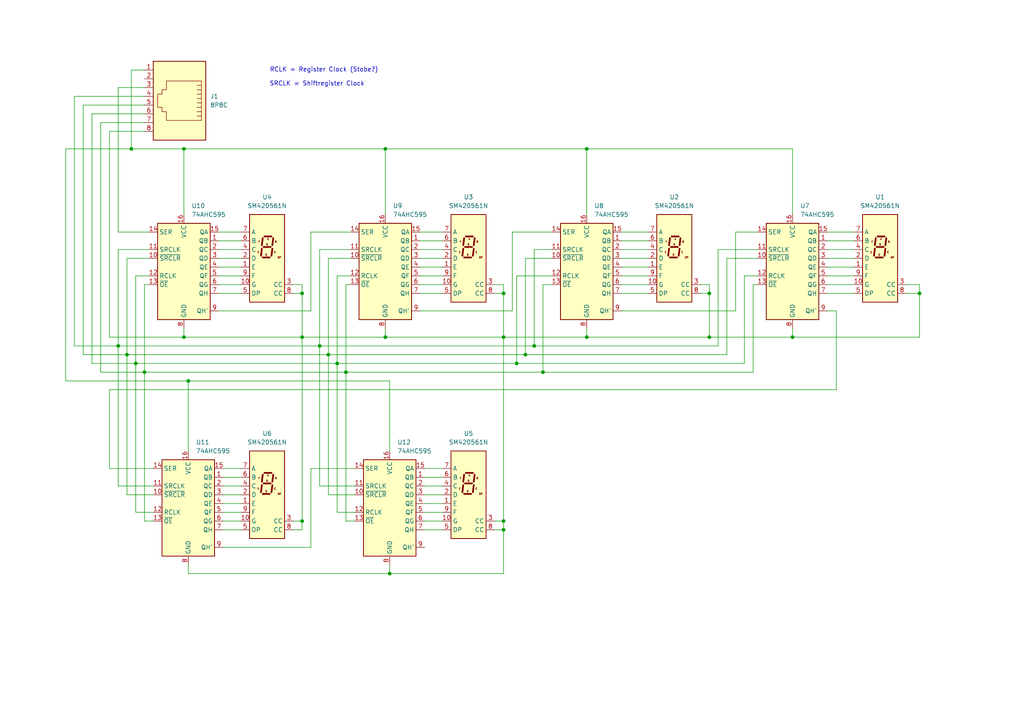
<source format=kicad_sch>
(kicad_sch (version 20231120) (generator "eeschema") (generator_version "8.0")
  (paper "A4")
  (lib_symbols
    (symbol "74xx:74AHC595"
      (property "Reference" "U" (at -7.62 13.97 0))
      (property "Value" "74AHC595" (at -7.62 -16.51 0))
      (symbol "74AHC595_1_0"
        (pin tri_state line (at 10.16 7.62 180) (length 2.54) (name "QB") (number "1"))
        (pin input line (at -10.16 2.54 0) (length 2.54) (name "~{SRCLR}") (number "10"))
        (pin input line (at -10.16 5.08 0) (length 2.54) (name "SRCLK") (number "11"))
        (pin input line (at -10.16 -2.54 0) (length 2.54) (name "RCLK") (number "12"))
        (pin input line (at -10.16 -5.08 0) (length 2.54) (name "~{OE}") (number "13"))
        (pin input line (at -10.16 10.16 0) (length 2.54) (name "SER") (number "14"))
        (pin tri_state line (at 10.16 10.16 180) (length 2.54) (name "QA") (number "15"))
        (pin power_in line (at 0 15.24 270) (length 2.54) (name "VCC") (number "16"))
        (pin tri_state line (at 10.16 5.08 180) (length 2.54) (name "QC") (number "2"))
        (pin tri_state line (at 10.16 2.54 180) (length 2.54) (name "QD") (number "3"))
        (pin tri_state line (at 10.16 0 180) (length 2.54) (name "QE") (number "4"))
        (pin tri_state line (at 10.16 -2.54 180) (length 2.54) (name "QF") (number "5"))
        (pin tri_state line (at 10.16 -5.08 180) (length 2.54) (name "QG") (number "6"))
        (pin tri_state line (at 10.16 -7.62 180) (length 2.54) (name "QH") (number "7"))
        (pin power_in line (at 0 -17.78 90) (length 2.54) (name "GND") (number "8"))
        (pin output line (at 10.16 -12.7 180) (length 2.54) (name "QH'") (number "9"))
      )
      (symbol "74AHC595_1_1"
        (rectangle (start -7.62 12.7) (end 7.62 -15.24) (stroke (width 0.254)) (fill (type background)))
      )
    )
    (symbol "Connector:8P8C" (pin_names (offset 1.016))
      (property "Reference" "J" (at -5.08 13.97 0))
      (property "Value" "8P8C" (at 2.54 13.97 0))
      (symbol "8P8C_0_1"
        (polyline (pts (xy -5.08 4.445) (xy -6.35 4.445)))
        (polyline (pts (xy -5.08 5.715) (xy -6.35 5.715)))
        (polyline (pts (xy -6.35 -3.175) (xy -5.08 -3.175) (xy -5.08 -3.175)))
        (polyline (pts (xy -6.35 -1.905) (xy -5.08 -1.905) (xy -5.08 -1.905)))
        (polyline (pts (xy -6.35 -0.635) (xy -5.08 -0.635) (xy -5.08 -0.635)))
        (polyline (pts (xy -6.35 0.635) (xy -5.08 0.635) (xy -5.08 0.635)))
        (polyline (pts (xy -6.35 1.905) (xy -5.08 1.905) (xy -5.08 1.905)))
        (polyline (pts (xy -5.08 3.175) (xy -6.35 3.175) (xy -6.35 3.175)))
        (polyline (pts (xy -6.35 -4.445) (xy -6.35 6.985) (xy 3.81 6.985) (xy 3.81 4.445) (xy 5.08 4.445) (xy 5.08 3.175) (xy 6.35 3.175) (xy 6.35 -0.635) (xy 5.08 -0.635) (xy 5.08 -1.905) (xy 3.81 -1.905) (xy 3.81 -4.445) (xy -6.35 -4.445) (xy -6.35 -4.445)))
        (rectangle (start 7.62 12.7) (end -7.62 -10.16) (stroke (width 0.254)) (fill (type background)))
      )
      (symbol "8P8C_1_1"
        (pin passive line (at 10.16 -7.62 180) (length 2.54) (name "~") (number "1"))
        (pin passive line (at 10.16 -5.08 180) (length 2.54) (name "~") (number "2"))
        (pin passive line (at 10.16 -2.54 180) (length 2.54) (name "~") (number "3"))
        (pin passive line (at 10.16 0 180) (length 2.54) (name "~") (number "4"))
        (pin passive line (at 10.16 2.54 180) (length 2.54) (name "~") (number "5"))
        (pin passive line (at 10.16 5.08 180) (length 2.54) (name "~") (number "6"))
        (pin passive line (at 10.16 7.62 180) (length 2.54) (name "~") (number "7"))
        (pin passive line (at 10.16 10.16 180) (length 2.54) (name "~") (number "8"))
      )
    )
    (symbol "Display_Character:SM420561N"
      (property "Reference" "U" (at -2.54 13.97 0))
      (property "Value" "SM420561N" (at 1.27 13.97 0))
      (symbol "SM420561N_0_0"
        (text "A" (at 0.254 5.588 0) (effects (font (size 0.508 0.508))))
        (text "B" (at 2.54 4.826 0) (effects (font (size 0.508 0.508))))
        (text "C" (at 2.286 1.778 0) (effects (font (size 0.508 0.508))))
        (text "D" (at -0.254 1.016 0) (effects (font (size 0.508 0.508))))
        (text "DP" (at 3.556 0.254 0) (effects (font (size 0.508 0.508))))
        (text "E" (at -2.54 1.778 0) (effects (font (size 0.508 0.508))))
        (text "F" (at -2.286 4.826 0) (effects (font (size 0.508 0.508))))
        (text "G" (at 0 4.064 0) (effects (font (size 0.508 0.508))))
      )
      (symbol "SM420561N_0_1"
        (rectangle (start -5.08 12.7) (end 5.08 -12.7) (stroke (width 0.254)) (fill (type background)))
        (polyline (pts (xy -1.524 2.794) (xy -1.778 0.762)) (stroke (width 0.508)))
        (polyline (pts (xy -1.27 0.254) (xy 0.762 0.254)) (stroke (width 0.508)))
        (polyline (pts (xy -1.27 5.842) (xy -1.524 3.81)) (stroke (width 0.508)))
        (polyline (pts (xy -1.016 3.302) (xy 1.016 3.302)) (stroke (width 0.508)))
        (polyline (pts (xy -0.762 6.35) (xy 1.27 6.35)) (stroke (width 0.508)))
        (polyline (pts (xy 1.524 2.794) (xy 1.27 0.762)) (stroke (width 0.508)))
        (polyline (pts (xy 1.778 5.842) (xy 1.524 3.81)) (stroke (width 0.508)))
        (polyline (pts (xy 2.54 0.254) (xy 2.54 0.254)) (stroke (width 0.508)))
      )
      (symbol "SM420561N_1_1"
        (pin input line (at -7.62 -2.54 0) (length 2.54) (name "E") (number "1"))
        (pin input line (at -7.62 -7.62 0) (length 2.54) (name "G") (number "10"))
        (pin input line (at -7.62 0 0) (length 2.54) (name "D") (number "2"))
        (pin input line (at 7.62 -7.62 180) (length 2.54) (name "CC") (number "3"))
        (pin input line (at -7.62 2.54 0) (length 2.54) (name "C") (number "4"))
        (pin input line (at -7.62 -10.16 0) (length 2.54) (name "DP") (number "5"))
        (pin input line (at -7.62 5.08 0) (length 2.54) (name "B") (number "6"))
        (pin input line (at -7.62 7.62 0) (length 2.54) (name "A") (number "7"))
        (pin input line (at 7.62 -10.16 180) (length 2.54) (name "CC") (number "8"))
        (pin input line (at -7.62 -5.08 0) (length 2.54) (name "F") (number "9"))
      )
    )
  )
  (junction (at 266.7 85.09))
  (junction (at 149.86 105.41))
  (junction (at 53.34 43.18))
  (junction (at 92.71 100.33))
  (junction (at 113.03 166.37))
  (junction (at 170.18 97.79))
  (junction (at 111.76 97.79))
  (junction (at 39.37 105.41))
  (junction (at 157.48 107.95))
  (junction (at 41.91 107.95))
  (junction (at 53.34 97.79))
  (junction (at 229.87 97.79))
  (junction (at 100.33 107.95))
  (junction (at 146.05 153.67))
  (junction (at 111.76 43.18))
  (junction (at 205.74 85.09))
  (junction (at 97.79 105.41))
  (junction (at 87.63 151.13))
  (junction (at 87.63 85.09))
  (junction (at 146.05 151.13))
  (junction (at 34.29 100.33))
  (junction (at 146.05 85.09))
  (junction (at 154.94 100.33))
  (junction (at 36.83 102.87))
  (junction (at 38.1 43.18))
  (junction (at 205.74 97.79))
  (junction (at 146.05 97.79))
  (junction (at 170.18 43.18))
  (junction (at 87.63 97.79))
  (junction (at 152.4 102.87))
  (junction (at 95.25 102.87))
  (junction (at 54.61 110.49))
  (wire (pts (xy 63.5 77.47) (xy 69.85 77.47)))
  (wire (pts (xy 64.77 135.89) (xy 69.85 135.89)))
  (wire (pts (xy 146.05 151.13) (xy 146.05 153.67)))
  (wire (pts (xy 63.5 85.09) (xy 69.85 85.09)))
  (wire (pts (xy 111.76 97.79) (xy 146.05 97.79)))
  (wire (pts (xy 170.18 95.25) (xy 170.18 97.79)))
  (wire (pts (xy 205.74 82.55) (xy 205.74 85.09)))
  (wire (pts (xy 157.48 107.95) (xy 157.48 82.55)))
  (wire (pts (xy 100.33 107.95) (xy 100.33 151.13)))
  (wire (pts (xy 34.29 100.33) (xy 92.71 100.33)))
  (wire (pts (xy 36.83 102.87) (xy 95.25 102.87)))
  (wire (pts (xy 218.44 82.55) (xy 218.44 107.95)))
  (wire (pts (xy 205.74 97.79) (xy 229.87 97.79)))
  (wire (pts (xy 44.45 151.13) (xy 41.91 151.13)))
  (wire (pts (xy 90.17 158.75) (xy 90.17 135.89)))
  (wire (pts (xy 152.4 102.87) (xy 152.4 74.93)))
  (wire (pts (xy 64.77 158.75) (xy 90.17 158.75)))
  (wire (pts (xy 229.87 43.18) (xy 170.18 43.18)))
  (wire (pts (xy 31.75 38.1) (xy 31.75 97.79)))
  (wire (pts (xy 242.57 113.03) (xy 31.75 113.03)))
  (wire (pts (xy 64.77 146.05) (xy 69.85 146.05)))
  (wire (pts (xy 34.29 140.97) (xy 34.29 100.33)))
  (wire (pts (xy 149.86 80.01) (xy 160.02 80.01)))
  (wire (pts (xy 157.48 82.55) (xy 160.02 82.55)))
  (wire (pts (xy 266.7 85.09) (xy 266.7 97.79)))
  (wire (pts (xy 148.59 67.31) (xy 160.02 67.31)))
  (wire (pts (xy 123.19 153.67) (xy 128.27 153.67)))
  (wire (pts (xy 87.63 153.67) (xy 87.63 151.13)))
  (wire (pts (xy 64.77 148.59) (xy 69.85 148.59)))
  (wire (pts (xy 39.37 80.01) (xy 39.37 105.41)))
  (wire (pts (xy 97.79 80.01) (xy 97.79 105.41)))
  (wire (pts (xy 101.6 72.39) (xy 92.71 72.39)))
  (wire (pts (xy 121.92 67.31) (xy 128.27 67.31)))
  (wire (pts (xy 210.82 74.93) (xy 210.82 102.87)))
  (wire (pts (xy 219.71 74.93) (xy 210.82 74.93)))
  (wire (pts (xy 63.5 74.93) (xy 69.85 74.93)))
  (wire (pts (xy 210.82 102.87) (xy 152.4 102.87)))
  (wire (pts (xy 102.87 143.51) (xy 95.25 143.51)))
  (wire (pts (xy 229.87 95.25) (xy 229.87 97.79)))
  (wire (pts (xy 63.5 72.39) (xy 69.85 72.39)))
  (wire (pts (xy 154.94 100.33) (xy 154.94 72.39)))
  (wire (pts (xy 123.19 138.43) (xy 128.27 138.43)))
  (wire (pts (xy 64.77 151.13) (xy 69.85 151.13)))
  (wire (pts (xy 41.91 35.56) (xy 29.21 35.56)))
  (wire (pts (xy 240.03 74.93) (xy 247.65 74.93)))
  (wire (pts (xy 44.45 148.59) (xy 39.37 148.59)))
  (wire (pts (xy 240.03 85.09) (xy 247.65 85.09)))
  (wire (pts (xy 85.09 82.55) (xy 87.63 82.55)))
  (wire (pts (xy 87.63 151.13) (xy 87.63 97.79)))
  (wire (pts (xy 180.34 80.01) (xy 187.96 80.01)))
  (wire (pts (xy 218.44 107.95) (xy 157.48 107.95)))
  (wire (pts (xy 215.9 105.41) (xy 149.86 105.41)))
  (wire (pts (xy 34.29 25.4) (xy 41.91 25.4)))
  (wire (pts (xy 242.57 90.17) (xy 242.57 113.03)))
  (wire (pts (xy 41.91 33.02) (xy 26.67 33.02)))
  (wire (pts (xy 180.34 90.17) (xy 213.36 90.17)))
  (wire (pts (xy 53.34 95.25) (xy 53.34 97.79)))
  (wire (pts (xy 63.5 82.55) (xy 69.85 82.55)))
  (wire (pts (xy 21.59 100.33) (xy 34.29 100.33)))
  (wire (pts (xy 101.6 74.93) (xy 95.25 74.93)))
  (wire (pts (xy 121.92 85.09) (xy 128.27 85.09)))
  (wire (pts (xy 123.19 143.51) (xy 128.27 143.51)))
  (wire (pts (xy 90.17 135.89) (xy 102.87 135.89)))
  (wire (pts (xy 111.76 95.25) (xy 111.76 97.79)))
  (wire (pts (xy 113.03 166.37) (xy 146.05 166.37)))
  (wire (pts (xy 100.33 82.55) (xy 100.33 107.95)))
  (wire (pts (xy 63.5 69.85) (xy 69.85 69.85)))
  (wire (pts (xy 121.92 77.47) (xy 128.27 77.47)))
  (wire (pts (xy 102.87 140.97) (xy 92.71 140.97)))
  (wire (pts (xy 19.05 110.49) (xy 19.05 43.18)))
  (wire (pts (xy 240.03 77.47) (xy 247.65 77.47)))
  (wire (pts (xy 121.92 72.39) (xy 128.27 72.39)))
  (wire (pts (xy 41.91 27.94) (xy 21.59 27.94)))
  (wire (pts (xy 43.18 74.93) (xy 36.83 74.93)))
  (wire (pts (xy 63.5 67.31) (xy 69.85 67.31)))
  (wire (pts (xy 85.09 153.67) (xy 87.63 153.67)))
  (wire (pts (xy 85.09 85.09) (xy 87.63 85.09)))
  (wire (pts (xy 149.86 105.41) (xy 149.86 80.01)))
  (wire (pts (xy 146.05 97.79) (xy 170.18 97.79)))
  (wire (pts (xy 143.51 82.55) (xy 146.05 82.55)))
  (wire (pts (xy 170.18 97.79) (xy 205.74 97.79)))
  (wire (pts (xy 38.1 20.32) (xy 38.1 43.18)))
  (wire (pts (xy 87.63 82.55) (xy 87.63 85.09)))
  (wire (pts (xy 203.2 85.09) (xy 205.74 85.09)))
  (wire (pts (xy 180.34 77.47) (xy 187.96 77.47)))
  (wire (pts (xy 205.74 85.09) (xy 205.74 97.79)))
  (wire (pts (xy 240.03 67.31) (xy 247.65 67.31)))
  (wire (pts (xy 64.77 138.43) (xy 69.85 138.43)))
  (wire (pts (xy 170.18 43.18) (xy 111.76 43.18)))
  (wire (pts (xy 123.19 151.13) (xy 128.27 151.13)))
  (wire (pts (xy 64.77 143.51) (xy 69.85 143.51)))
  (wire (pts (xy 101.6 82.55) (xy 100.33 82.55)))
  (wire (pts (xy 34.29 67.31) (xy 34.29 25.4)))
  (wire (pts (xy 143.51 153.67) (xy 146.05 153.67)))
  (wire (pts (xy 90.17 67.31) (xy 101.6 67.31)))
  (wire (pts (xy 266.7 97.79) (xy 229.87 97.79)))
  (wire (pts (xy 54.61 163.83) (xy 54.61 166.37)))
  (wire (pts (xy 31.75 135.89) (xy 44.45 135.89)))
  (wire (pts (xy 39.37 105.41) (xy 97.79 105.41)))
  (wire (pts (xy 97.79 105.41) (xy 149.86 105.41)))
  (wire (pts (xy 29.21 35.56) (xy 29.21 107.95)))
  (wire (pts (xy 240.03 72.39) (xy 247.65 72.39)))
  (wire (pts (xy 43.18 67.31) (xy 34.29 67.31)))
  (wire (pts (xy 240.03 82.55) (xy 247.65 82.55)))
  (wire (pts (xy 54.61 166.37) (xy 113.03 166.37)))
  (wire (pts (xy 95.25 102.87) (xy 152.4 102.87)))
  (wire (pts (xy 213.36 90.17) (xy 213.36 67.31)))
  (wire (pts (xy 180.34 85.09) (xy 187.96 85.09)))
  (wire (pts (xy 38.1 43.18) (xy 53.34 43.18)))
  (wire (pts (xy 152.4 74.93) (xy 160.02 74.93)))
  (wire (pts (xy 146.05 166.37) (xy 146.05 153.67)))
  (wire (pts (xy 95.25 74.93) (xy 95.25 102.87)))
  (wire (pts (xy 113.03 110.49) (xy 54.61 110.49)))
  (wire (pts (xy 262.89 82.55) (xy 266.7 82.55)))
  (wire (pts (xy 219.71 82.55) (xy 218.44 82.55)))
  (wire (pts (xy 87.63 85.09) (xy 87.63 97.79)))
  (wire (pts (xy 213.36 67.31) (xy 219.71 67.31)))
  (wire (pts (xy 97.79 148.59) (xy 97.79 105.41)))
  (wire (pts (xy 43.18 72.39) (xy 34.29 72.39)))
  (wire (pts (xy 180.34 69.85) (xy 187.96 69.85)))
  (wire (pts (xy 146.05 82.55) (xy 146.05 85.09)))
  (wire (pts (xy 63.5 90.17) (xy 90.17 90.17)))
  (wire (pts (xy 229.87 62.23) (xy 229.87 43.18)))
  (wire (pts (xy 180.34 67.31) (xy 187.96 67.31)))
  (wire (pts (xy 203.2 82.55) (xy 205.74 82.55)))
  (wire (pts (xy 92.71 72.39) (xy 92.71 100.33)))
  (wire (pts (xy 148.59 90.17) (xy 148.59 67.31)))
  (wire (pts (xy 154.94 72.39) (xy 160.02 72.39)))
  (wire (pts (xy 36.83 74.93) (xy 36.83 102.87)))
  (wire (pts (xy 26.67 33.02) (xy 26.67 105.41)))
  (wire (pts (xy 31.75 113.03) (xy 31.75 135.89)))
  (wire (pts (xy 121.92 82.55) (xy 128.27 82.55)))
  (wire (pts (xy 146.05 97.79) (xy 146.05 151.13)))
  (wire (pts (xy 31.75 97.79) (xy 53.34 97.79)))
  (wire (pts (xy 111.76 62.23) (xy 111.76 43.18)))
  (wire (pts (xy 39.37 148.59) (xy 39.37 105.41)))
  (wire (pts (xy 85.09 151.13) (xy 87.63 151.13)))
  (wire (pts (xy 41.91 107.95) (xy 100.33 107.95)))
  (wire (pts (xy 240.03 90.17) (xy 242.57 90.17)))
  (wire (pts (xy 95.25 143.51) (xy 95.25 102.87)))
  (wire (pts (xy 92.71 100.33) (xy 154.94 100.33)))
  (wire (pts (xy 146.05 85.09) (xy 146.05 97.79)))
  (wire (pts (xy 111.76 43.18) (xy 53.34 43.18)))
  (wire (pts (xy 170.18 62.23) (xy 170.18 43.18)))
  (wire (pts (xy 123.19 140.97) (xy 128.27 140.97)))
  (wire (pts (xy 54.61 110.49) (xy 19.05 110.49)))
  (wire (pts (xy 19.05 43.18) (xy 38.1 43.18)))
  (wire (pts (xy 208.28 100.33) (xy 154.94 100.33)))
  (wire (pts (xy 41.91 20.32) (xy 38.1 20.32)))
  (wire (pts (xy 100.33 107.95) (xy 157.48 107.95)))
  (wire (pts (xy 102.87 148.59) (xy 97.79 148.59)))
  (wire (pts (xy 180.34 74.93) (xy 187.96 74.93)))
  (wire (pts (xy 143.51 85.09) (xy 146.05 85.09)))
  (wire (pts (xy 43.18 82.55) (xy 41.91 82.55)))
  (wire (pts (xy 64.77 153.67) (xy 69.85 153.67)))
  (wire (pts (xy 262.89 85.09) (xy 266.7 85.09)))
  (wire (pts (xy 215.9 80.01) (xy 215.9 105.41)))
  (wire (pts (xy 24.13 30.48) (xy 24.13 102.87)))
  (wire (pts (xy 180.34 82.55) (xy 187.96 82.55)))
  (wire (pts (xy 121.92 80.01) (xy 128.27 80.01)))
  (wire (pts (xy 123.19 148.59) (xy 128.27 148.59)))
  (wire (pts (xy 143.51 151.13) (xy 146.05 151.13)))
  (wire (pts (xy 26.67 105.41) (xy 39.37 105.41)))
  (wire (pts (xy 102.87 151.13) (xy 100.33 151.13)))
  (wire (pts (xy 54.61 130.81) (xy 54.61 110.49)))
  (wire (pts (xy 240.03 69.85) (xy 247.65 69.85)))
  (wire (pts (xy 180.34 72.39) (xy 187.96 72.39)))
  (wire (pts (xy 121.92 90.17) (xy 148.59 90.17)))
  (wire (pts (xy 53.34 43.18) (xy 53.34 62.23)))
  (wire (pts (xy 44.45 143.51) (xy 36.83 143.51)))
  (wire (pts (xy 29.21 107.95) (xy 41.91 107.95)))
  (wire (pts (xy 41.91 38.1) (xy 31.75 38.1)))
  (wire (pts (xy 208.28 72.39) (xy 208.28 100.33)))
  (wire (pts (xy 24.13 102.87) (xy 36.83 102.87)))
  (wire (pts (xy 121.92 74.93) (xy 128.27 74.93)))
  (wire (pts (xy 53.34 97.79) (xy 87.63 97.79)))
  (wire (pts (xy 219.71 80.01) (xy 215.9 80.01)))
  (wire (pts (xy 113.03 130.81) (xy 113.03 110.49)))
  (wire (pts (xy 64.77 140.97) (xy 69.85 140.97)))
  (wire (pts (xy 240.03 80.01) (xy 247.65 80.01)))
  (wire (pts (xy 41.91 30.48) (xy 24.13 30.48)))
  (wire (pts (xy 36.83 143.51) (xy 36.83 102.87)))
  (wire (pts (xy 63.5 80.01) (xy 69.85 80.01)))
  (wire (pts (xy 41.91 82.55) (xy 41.91 107.95)))
  (wire (pts (xy 123.19 146.05) (xy 128.27 146.05)))
  (wire (pts (xy 21.59 27.94) (xy 21.59 100.33)))
  (wire (pts (xy 219.71 72.39) (xy 208.28 72.39)))
  (wire (pts (xy 123.19 135.89) (xy 128.27 135.89)))
  (wire (pts (xy 121.92 69.85) (xy 128.27 69.85)))
  (wire (pts (xy 266.7 82.55) (xy 266.7 85.09)))
  (wire (pts (xy 92.71 140.97) (xy 92.71 100.33)))
  (wire (pts (xy 90.17 90.17) (xy 90.17 67.31)))
  (wire (pts (xy 34.29 72.39) (xy 34.29 100.33)))
  (wire (pts (xy 41.91 151.13) (xy 41.91 107.95)))
  (wire (pts (xy 101.6 80.01) (xy 97.79 80.01)))
  (wire (pts (xy 44.45 140.97) (xy 34.29 140.97)))
  (wire (pts (xy 113.03 163.83) (xy 113.03 166.37)))
  (wire (pts (xy 43.18 80.01) (xy 39.37 80.01)))
  (wire (pts (xy 87.63 97.79) (xy 111.76 97.79)))
  (text "SRCLK = Shiftregister Clock" (at 91.948 24.384 0) (effects (font (size 1.27 1.27))))
  (text "RCLK = Register Clock (Stobe?)" (at 93.98 20.32 0) (effects (font (size 1.27 1.27))))
  (symbol (lib_id "Connector:8P8C") (at 52.07 27.94 180) (unit 1)
    (property "Reference" "J1" (at 60.96 27.9399 0) (effects (justify right)))
    (property "Value" "8P8C" (at 60.96 30.4799 0) (effects (justify right)))
    (property "Footprint" "Connector_RJ:RJ45_Amphenol_54602-x08_Horizontal" (effects (hide yes)))
    (property "Description" "RJ connector, 8P8C (8 positions 8 connected), RJ31/RJ32/RJ33/RJ34/RJ35/RJ41/RJ45/RJ49/RJ61" (effects (hide yes)))
  )
  (symbol (lib_id "74xx:74AHC595") (at 111.76 77.47 0) (unit 1)
    (property "Reference" "U9" (at 113.9541 59.69 0) (effects (justify left)))
    (property "Value" "74AHC595" (at 113.9541 62.23 0) (effects (justify left)))
    (property "Footprint" "Package_DIP:DIP-16_W7.62mm_LongPads" (effects (hide yes)))
    (property "Datasheet" "https://assets.nexperia.com/documents/data-sheet/74AHC_AHCT595.pdf" (effects (hide yes)))
    (property "Description" "8-bit serial in/out Shift Register 3-State Outputs" (effects (hide yes)))
  )
  (symbol (lib_id "74xx:74AHC595") (at 54.61 146.05 0) (unit 1)
    (property "Reference" "U11" (at 56.8041 128.27 0) (effects (justify left)))
    (property "Value" "74AHC595" (at 56.8041 130.81 0) (effects (justify left)))
    (property "Footprint" "Package_DIP:DIP-16_W7.62mm_LongPads" (effects (hide yes)))
    (property "Datasheet" "https://assets.nexperia.com/documents/data-sheet/74AHC_AHCT595.pdf" (effects (hide yes)))
    (property "Description" "8-bit serial in/out Shift Register 3-State Outputs" (effects (hide yes)))
  )
  (symbol (lib_id "Display_Character:SM420561N") (at 135.89 143.51 0) (unit 1)
    (property "Reference" "U5" (at 135.89 125.73 0))
    (property "Value" "SM420561N" (at 135.89 128.27 0))
    (property "Footprint" "Display_7Segment:7SegmentLED_LTS6760_LTS6780" (effects (hide yes)))
    (property "Datasheet" "https://datasheet.lcsc.com/szlcsc/Wuxi-ARK-Tech-Elec-SM420561N_C141367.pdf" (effects (hide yes)))
    (property "Description" "One digit 7 segment blue LED, common cathode" (effects (hide yes)))
  )
  (symbol (lib_id "Display_Character:SM420561N") (at 135.89 74.93 0) (unit 1)
    (property "Reference" "U3" (at 135.89 57.15 0))
    (property "Value" "SM420561N" (at 135.89 59.69 0))
    (property "Footprint" "Display_7Segment:7SegmentLED_LTS6760_LTS6780" (effects (hide yes)))
    (property "Datasheet" "https://datasheet.lcsc.com/szlcsc/Wuxi-ARK-Tech-Elec-SM420561N_C141367.pdf" (effects (hide yes)))
    (property "Description" "One digit 7 segment blue LED, common cathode" (effects (hide yes)))
  )
  (symbol (lib_id "Display_Character:SM420561N") (at 195.58 74.93 0) (unit 1)
    (property "Reference" "U2" (at 195.58 57.15 0))
    (property "Value" "SM420561N" (at 195.58 59.69 0))
    (property "Footprint" "Display_7Segment:7SegmentLED_LTS6760_LTS6780" (effects (hide yes)))
    (property "Datasheet" "https://datasheet.lcsc.com/szlcsc/Wuxi-ARK-Tech-Elec-SM420561N_C141367.pdf" (effects (hide yes)))
    (property "Description" "One digit 7 segment blue LED, common cathode" (effects (hide yes)))
  )
  (symbol (lib_id "Display_Character:SM420561N") (at 77.47 143.51 0) (unit 1)
    (property "Reference" "U6" (at 77.47 125.73 0))
    (property "Value" "SM420561N" (at 77.47 128.27 0))
    (property "Footprint" "Display_7Segment:7SegmentLED_LTS6760_LTS6780" (effects (hide yes)))
    (property "Datasheet" "https://datasheet.lcsc.com/szlcsc/Wuxi-ARK-Tech-Elec-SM420561N_C141367.pdf" (effects (hide yes)))
    (property "Description" "One digit 7 segment blue LED, common cathode" (effects (hide yes)))
  )
  (symbol (lib_id "Display_Character:SM420561N") (at 255.27 74.93 0) (unit 1)
    (property "Reference" "U1" (at 255.27 57.15 0))
    (property "Value" "SM420561N" (at 255.27 59.69 0))
    (property "Footprint" "Display_7Segment:7SegmentLED_LTS6760_LTS6780" (effects (hide yes)))
    (property "Datasheet" "https://datasheet.lcsc.com/szlcsc/Wuxi-ARK-Tech-Elec-SM420561N_C141367.pdf" (effects (hide yes)))
    (property "Description" "One digit 7 segment blue LED, common cathode" (effects (hide yes)))
  )
  (symbol (lib_id "74xx:74AHC595") (at 229.87 77.47 0) (unit 1)
    (property "Reference" "U7" (at 232.0641 59.69 0) (effects (justify left)))
    (property "Value" "74AHC595" (at 232.0641 62.23 0) (effects (justify left)))
    (property "Footprint" "Package_DIP:DIP-16_W7.62mm_LongPads" (effects (hide yes)))
    (property "Datasheet" "https://assets.nexperia.com/documents/data-sheet/74AHC_AHCT595.pdf" (effects (hide yes)))
    (property "Description" "8-bit serial in/out Shift Register 3-State Outputs" (effects (hide yes)))
  )
  (symbol (lib_id "74xx:74AHC595") (at 53.34 77.47 0) (unit 1)
    (property "Reference" "U10" (at 55.5341 59.69 0) (effects (justify left)))
    (property "Value" "74AHC595" (at 55.5341 62.23 0) (effects (justify left)))
    (property "Footprint" "Package_DIP:DIP-16_W7.62mm_LongPads" (effects (hide yes)))
    (property "Datasheet" "https://assets.nexperia.com/documents/data-sheet/74AHC_AHCT595.pdf" (effects (hide yes)))
    (property "Description" "8-bit serial in/out Shift Register 3-State Outputs" (effects (hide yes)))
  )
  (symbol (lib_id "Display_Character:SM420561N") (at 77.47 74.93 0) (unit 1)
    (property "Reference" "U4" (at 77.47 57.15 0))
    (property "Value" "SM420561N" (at 77.47 59.69 0))
    (property "Footprint" "Display_7Segment:7SegmentLED_LTS6760_LTS6780" (effects (hide yes)))
    (property "Datasheet" "https://datasheet.lcsc.com/szlcsc/Wuxi-ARK-Tech-Elec-SM420561N_C141367.pdf" (effects (hide yes)))
    (property "Description" "One digit 7 segment blue LED, common cathode" (effects (hide yes)))
  )
  (symbol (lib_id "74xx:74AHC595") (at 113.03 146.05 0) (unit 1)
    (property "Reference" "U12" (at 115.2241 128.27 0) (effects (justify left)))
    (property "Value" "74AHC595" (at 115.2241 130.81 0) (effects (justify left)))
    (property "Footprint" "Package_DIP:DIP-16_W7.62mm_LongPads" (effects (hide yes)))
    (property "Datasheet" "https://assets.nexperia.com/documents/data-sheet/74AHC_AHCT595.pdf" (effects (hide yes)))
    (property "Description" "8-bit serial in/out Shift Register 3-State Outputs" (effects (hide yes)))
  )
  (symbol (lib_id "74xx:74AHC595") (at 170.18 77.47 0) (unit 1)
    (property "Reference" "U8" (at 172.3741 59.69 0) (effects (justify left)))
    (property "Value" "74AHC595" (at 172.3741 62.23 0) (effects (justify left)))
    (property "Footprint" "Package_DIP:DIP-16_W7.62mm_LongPads" (effects (hide yes)))
    (property "Datasheet" "https://assets.nexperia.com/documents/data-sheet/74AHC_AHCT595.pdf" (effects (hide yes)))
    (property "Description" "8-bit serial in/out Shift Register 3-State Outputs" (effects (hide yes)))
  )
)
</source>
